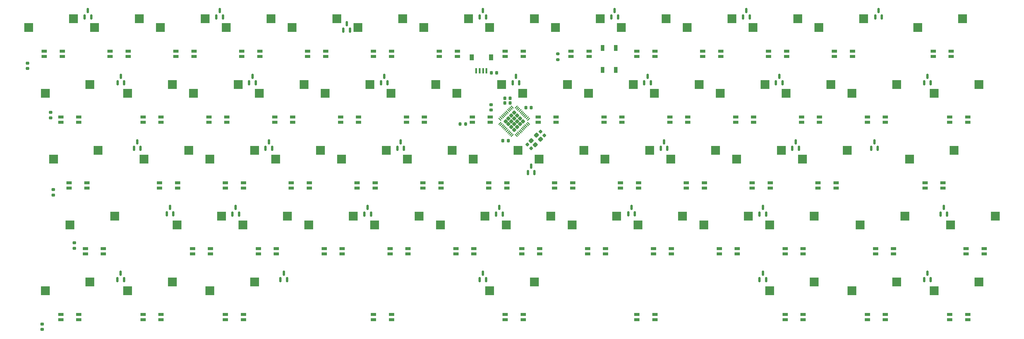
<source format=gbr>
%TF.GenerationSoftware,KiCad,Pcbnew,(5.99.0-12192-g74b8f14ec3)*%
%TF.CreationDate,2021-09-19T19:15:49+02:00*%
%TF.ProjectId,pcb-hotswap,7063622d-686f-4747-9377-61702e6b6963,1.0*%
%TF.SameCoordinates,Original*%
%TF.FileFunction,Paste,Bot*%
%TF.FilePolarity,Positive*%
%FSLAX46Y46*%
G04 Gerber Fmt 4.6, Leading zero omitted, Abs format (unit mm)*
G04 Created by KiCad (PCBNEW (5.99.0-12192-g74b8f14ec3)) date 2021-09-19 19:15:49*
%MOMM*%
%LPD*%
G01*
G04 APERTURE LIST*
G04 Aperture macros list*
%AMRoundRect*
0 Rectangle with rounded corners*
0 $1 Rounding radius*
0 $2 $3 $4 $5 $6 $7 $8 $9 X,Y pos of 4 corners*
0 Add a 4 corners polygon primitive as box body*
4,1,4,$2,$3,$4,$5,$6,$7,$8,$9,$2,$3,0*
0 Add four circle primitives for the rounded corners*
1,1,$1+$1,$2,$3*
1,1,$1+$1,$4,$5*
1,1,$1+$1,$6,$7*
1,1,$1+$1,$8,$9*
0 Add four rect primitives between the rounded corners*
20,1,$1+$1,$2,$3,$4,$5,0*
20,1,$1+$1,$4,$5,$6,$7,0*
20,1,$1+$1,$6,$7,$8,$9,0*
20,1,$1+$1,$8,$9,$2,$3,0*%
G04 Aperture macros list end*
%ADD10R,2.550000X2.500000*%
%ADD11RoundRect,0.082000X-0.718000X0.328000X-0.718000X-0.328000X0.718000X-0.328000X0.718000X0.328000X0*%
%ADD12RoundRect,0.225000X-0.250000X0.225000X-0.250000X-0.225000X0.250000X-0.225000X0.250000X0.225000X0*%
%ADD13R,1.000000X1.700000*%
%ADD14RoundRect,0.150000X0.150000X-0.587500X0.150000X0.587500X-0.150000X0.587500X-0.150000X-0.587500X0*%
%ADD15RoundRect,0.225000X-0.225000X-0.250000X0.225000X-0.250000X0.225000X0.250000X-0.225000X0.250000X0*%
%ADD16RoundRect,0.225000X-0.335876X-0.017678X-0.017678X-0.335876X0.335876X0.017678X0.017678X0.335876X0*%
%ADD17RoundRect,0.225000X0.250000X-0.225000X0.250000X0.225000X-0.250000X0.225000X-0.250000X-0.225000X0*%
%ADD18RoundRect,0.200000X-0.200000X-0.275000X0.200000X-0.275000X0.200000X0.275000X-0.200000X0.275000X0*%
%ADD19RoundRect,0.250000X0.000000X0.358486X-0.358486X0.000000X0.000000X-0.358486X0.358486X0.000000X0*%
%ADD20RoundRect,0.062500X0.291682X0.380070X-0.380070X-0.291682X-0.291682X-0.380070X0.380070X0.291682X0*%
%ADD21RoundRect,0.062500X-0.291682X0.380070X-0.380070X0.291682X0.291682X-0.380070X0.380070X-0.291682X0*%
%ADD22RoundRect,0.225000X0.225000X0.250000X-0.225000X0.250000X-0.225000X-0.250000X0.225000X-0.250000X0*%
%ADD23RoundRect,0.200000X0.275000X-0.200000X0.275000X0.200000X-0.275000X0.200000X-0.275000X-0.200000X0*%
%ADD24RoundRect,0.225000X0.335876X0.017678X0.017678X0.335876X-0.335876X-0.017678X-0.017678X-0.335876X0*%
%ADD25RoundRect,0.230000X0.063640X0.502046X-0.502046X-0.063640X-0.063640X-0.502046X0.502046X0.063640X0*%
%ADD26R,1.200000X1.800000*%
%ADD27R,0.600000X1.550000*%
G04 APERTURE END LIST*
D10*
%TO.C,MX11*%
X269140000Y-87947500D03*
X282067000Y-85407500D03*
%TD*%
D11*
%TO.C,D39*%
X287912500Y-132917499D03*
X287912500Y-134417499D03*
X293112500Y-134417499D03*
X293112500Y-132917499D03*
%TD*%
%TO.C,D3*%
X121225000Y-94817499D03*
X121225000Y-96317499D03*
X126425000Y-96317499D03*
X126425000Y-94817499D03*
%TD*%
%TO.C,D12*%
X292675000Y-94817499D03*
X292675000Y-96317499D03*
X297875000Y-96317499D03*
X297875000Y-94817499D03*
%TD*%
%TO.C,D60*%
X254575000Y-171017499D03*
X254575000Y-172517499D03*
X259775000Y-172517499D03*
X259775000Y-171017499D03*
%TD*%
D10*
%TO.C,MX60*%
X316765000Y-164147500D03*
X329692000Y-161607500D03*
%TD*%
%TO.C,MX56*%
X107215000Y-164147500D03*
X120142000Y-161607500D03*
%TD*%
%TO.C,MX13*%
X307240000Y-87947500D03*
X320167000Y-85407500D03*
%TD*%
D11*
%TO.C,D35*%
X211712500Y-132917499D03*
X211712500Y-134417499D03*
X216912500Y-134417499D03*
X216912500Y-132917499D03*
%TD*%
D10*
%TO.C,MX58*%
X211990000Y-164147500D03*
X224917000Y-161607500D03*
%TD*%
%TO.C,MX26*%
X297715000Y-106997500D03*
X310642000Y-104457500D03*
%TD*%
D11*
%TO.C,D46*%
X183137500Y-151967499D03*
X183137500Y-153467499D03*
X188337500Y-153467499D03*
X188337500Y-151967499D03*
%TD*%
%TO.C,D63*%
X345062500Y-171017499D03*
X345062500Y-172517499D03*
X350262500Y-172517499D03*
X350262500Y-171017499D03*
%TD*%
D10*
%TO.C,MX47*%
X197702500Y-145097500D03*
X210629500Y-142557500D03*
%TD*%
D11*
%TO.C,D22*%
X226000000Y-113867499D03*
X226000000Y-115367499D03*
X231200000Y-115367499D03*
X231200000Y-113867499D03*
%TD*%
%TO.C,D30*%
X116462500Y-132917499D03*
X116462500Y-134417499D03*
X121662500Y-134417499D03*
X121662500Y-132917499D03*
%TD*%
D10*
%TO.C,MX54*%
X345340000Y-145097500D03*
X358267000Y-142557500D03*
%TD*%
D11*
%TO.C,D43*%
X125987500Y-151967499D03*
X125987500Y-153467499D03*
X131187500Y-153467499D03*
X131187500Y-151967499D03*
%TD*%
%TO.C,D51*%
X278387500Y-151967499D03*
X278387500Y-153467499D03*
X283587500Y-153467499D03*
X283587500Y-151967499D03*
%TD*%
%TO.C,D13*%
X311725000Y-94817499D03*
X311725000Y-96317499D03*
X316925000Y-96317499D03*
X316925000Y-94817499D03*
%TD*%
%TO.C,D29*%
X90268750Y-132917499D03*
X90268750Y-134417499D03*
X95468750Y-134417499D03*
X95468750Y-132917499D03*
%TD*%
D10*
%TO.C,MX10*%
X250090000Y-87947500D03*
X263017000Y-85407500D03*
%TD*%
%TO.C,MX48*%
X216752500Y-145097500D03*
X229679500Y-142557500D03*
%TD*%
%TO.C,MX55*%
X83402500Y-164147500D03*
X96329500Y-161607500D03*
%TD*%
%TO.C,MX43*%
X121502500Y-145097500D03*
X134429500Y-142557500D03*
%TD*%
%TO.C,MX33*%
X169127500Y-126047500D03*
X182054500Y-123507500D03*
%TD*%
D11*
%TO.C,D6*%
X178375000Y-94817499D03*
X178375000Y-96317499D03*
X183575000Y-96317499D03*
X183575000Y-94817499D03*
%TD*%
D10*
%TO.C,MX24*%
X259615000Y-106997500D03*
X272542000Y-104457500D03*
%TD*%
%TO.C,MX41*%
X333433750Y-126047500D03*
X346360750Y-123507500D03*
%TD*%
%TO.C,MX9*%
X231040000Y-87947500D03*
X243967000Y-85407500D03*
%TD*%
D11*
%TO.C,D2*%
X102175000Y-94817499D03*
X102175000Y-96317499D03*
X107375000Y-96317499D03*
X107375000Y-94817499D03*
%TD*%
%TO.C,D24*%
X264100000Y-113867499D03*
X264100000Y-115367499D03*
X269300000Y-115367499D03*
X269300000Y-113867499D03*
%TD*%
%TO.C,D56*%
X111700000Y-171017499D03*
X111700000Y-172517499D03*
X116900000Y-172517499D03*
X116900000Y-171017499D03*
%TD*%
%TO.C,D41*%
X337918750Y-132917499D03*
X337918750Y-134417499D03*
X343118750Y-134417499D03*
X343118750Y-132917499D03*
%TD*%
D10*
%TO.C,MX30*%
X111977500Y-126047500D03*
X124904500Y-123507500D03*
%TD*%
D11*
%TO.C,D57*%
X135512500Y-171017499D03*
X135512500Y-172517499D03*
X140712500Y-172517499D03*
X140712500Y-171017499D03*
%TD*%
%TO.C,D11*%
X273625000Y-94817499D03*
X273625000Y-96317499D03*
X278825000Y-96317499D03*
X278825000Y-94817499D03*
%TD*%
D10*
%TO.C,MX50*%
X254852500Y-145097500D03*
X267779500Y-142557500D03*
%TD*%
D11*
%TO.C,D48*%
X221237500Y-151967499D03*
X221237500Y-153467499D03*
X226437500Y-153467499D03*
X226437500Y-151967499D03*
%TD*%
%TO.C,D38*%
X268862500Y-132917499D03*
X268862500Y-134417499D03*
X274062500Y-134417499D03*
X274062500Y-132917499D03*
%TD*%
D10*
%TO.C,MX20*%
X183415000Y-106997500D03*
X196342000Y-104457500D03*
%TD*%
D11*
%TO.C,D14*%
X340300000Y-94817499D03*
X340300000Y-96317499D03*
X345500000Y-96317499D03*
X345500000Y-94817499D03*
%TD*%
D10*
%TO.C,MX25*%
X278665000Y-106997500D03*
X291592000Y-104457500D03*
%TD*%
%TO.C,MX2*%
X97690000Y-87947500D03*
X110617000Y-85407500D03*
%TD*%
%TO.C,MX34*%
X188177500Y-126047500D03*
X201104500Y-123507500D03*
%TD*%
%TO.C,MX3*%
X116740000Y-87947500D03*
X129667000Y-85407500D03*
%TD*%
D11*
%TO.C,D21*%
X206950000Y-113867499D03*
X206950000Y-115367499D03*
X212150000Y-115367499D03*
X212150000Y-113867499D03*
%TD*%
%TO.C,D58*%
X178375000Y-171017499D03*
X178375000Y-172517499D03*
X183575000Y-172517499D03*
X183575000Y-171017499D03*
%TD*%
%TO.C,D62*%
X321250000Y-171017499D03*
X321250000Y-172517499D03*
X326450000Y-172517499D03*
X326450000Y-171017499D03*
%TD*%
D10*
%TO.C,MX53*%
X319146250Y-145097500D03*
X332073250Y-142557500D03*
%TD*%
%TO.C,MX21*%
X202465000Y-106997500D03*
X215392000Y-104457500D03*
%TD*%
%TO.C,MX31*%
X131027500Y-126047500D03*
X143954500Y-123507500D03*
%TD*%
%TO.C,MX7*%
X192940000Y-87947500D03*
X205867000Y-85407500D03*
%TD*%
D11*
%TO.C,D16*%
X111700000Y-113867499D03*
X111700000Y-115367499D03*
X116900000Y-115367499D03*
X116900000Y-113867499D03*
%TD*%
D10*
%TO.C,MX15*%
X83402500Y-106997500D03*
X96329500Y-104457500D03*
%TD*%
D11*
%TO.C,D45*%
X164087500Y-151967499D03*
X164087500Y-153467499D03*
X169287500Y-153467499D03*
X169287500Y-151967499D03*
%TD*%
D10*
%TO.C,MX38*%
X264377500Y-126047500D03*
X277304500Y-123507500D03*
%TD*%
%TO.C,MX42*%
X90546250Y-145097500D03*
X103473250Y-142557500D03*
%TD*%
D11*
%TO.C,D61*%
X297437500Y-171017499D03*
X297437500Y-172517499D03*
X302637500Y-172517499D03*
X302637500Y-171017499D03*
%TD*%
D10*
%TO.C,MX52*%
X292952500Y-145097500D03*
X305879500Y-142557500D03*
%TD*%
D11*
%TO.C,D19*%
X168850000Y-113867499D03*
X168850000Y-115367499D03*
X174050000Y-115367499D03*
X174050000Y-113867499D03*
%TD*%
%TO.C,D27*%
X321250000Y-113867499D03*
X321250000Y-115367499D03*
X326450000Y-115367499D03*
X326450000Y-113867499D03*
%TD*%
D10*
%TO.C,MX35*%
X207227500Y-126047500D03*
X220154500Y-123507500D03*
%TD*%
D11*
%TO.C,D55*%
X87887500Y-171017499D03*
X87887500Y-172517499D03*
X93087500Y-172517499D03*
X93087500Y-171017499D03*
%TD*%
%TO.C,D54*%
X349825000Y-151967499D03*
X349825000Y-153467499D03*
X355025000Y-153467499D03*
X355025000Y-151967499D03*
%TD*%
D10*
%TO.C,MX46*%
X178652500Y-145097500D03*
X191579500Y-142557500D03*
%TD*%
%TO.C,MX29*%
X85783750Y-126047500D03*
X98710750Y-123507500D03*
%TD*%
D11*
%TO.C,D47*%
X202187500Y-151967499D03*
X202187500Y-153467499D03*
X207387500Y-153467499D03*
X207387500Y-151967499D03*
%TD*%
D10*
%TO.C,MX8*%
X211990000Y-87947500D03*
X224917000Y-85407500D03*
%TD*%
D11*
%TO.C,D7*%
X197425000Y-94817499D03*
X197425000Y-96317499D03*
X202625000Y-96317499D03*
X202625000Y-94817499D03*
%TD*%
D10*
%TO.C,MX61*%
X340577500Y-164147500D03*
X353504500Y-161607500D03*
%TD*%
D11*
%TO.C,D49*%
X240287500Y-151967499D03*
X240287500Y-153467499D03*
X245487500Y-153467499D03*
X245487500Y-151967499D03*
%TD*%
%TO.C,D26*%
X302200000Y-113867499D03*
X302200000Y-115367499D03*
X307400000Y-115367499D03*
X307400000Y-113867499D03*
%TD*%
%TO.C,D53*%
X323631250Y-151967499D03*
X323631250Y-153467499D03*
X328831250Y-153467499D03*
X328831250Y-151967499D03*
%TD*%
%TO.C,D34*%
X192662500Y-132917499D03*
X192662500Y-134417499D03*
X197862500Y-134417499D03*
X197862500Y-132917499D03*
%TD*%
%TO.C,D5*%
X159325000Y-94817499D03*
X159325000Y-96317499D03*
X164525000Y-96317499D03*
X164525000Y-94817499D03*
%TD*%
D10*
%TO.C,MX16*%
X107215000Y-106997500D03*
X120142000Y-104457500D03*
%TD*%
D11*
%TO.C,D18*%
X149800000Y-113867499D03*
X149800000Y-115367499D03*
X155000000Y-115367499D03*
X155000000Y-113867499D03*
%TD*%
D10*
%TO.C,MX57*%
X131027500Y-164147500D03*
X143954500Y-161607500D03*
%TD*%
%TO.C,MX37*%
X245327500Y-126047500D03*
X258254500Y-123507500D03*
%TD*%
D11*
%TO.C,D8*%
X216475000Y-94817499D03*
X216475000Y-96317499D03*
X221675000Y-96317499D03*
X221675000Y-94817499D03*
%TD*%
%TO.C,D50*%
X259337500Y-151967499D03*
X259337500Y-153467499D03*
X264537500Y-153467499D03*
X264537500Y-151967499D03*
%TD*%
D10*
%TO.C,MX5*%
X154840000Y-87947500D03*
X167767000Y-85407500D03*
%TD*%
D11*
%TO.C,D33*%
X173612500Y-132917499D03*
X173612500Y-134417499D03*
X178812500Y-134417499D03*
X178812500Y-132917499D03*
%TD*%
%TO.C,D42*%
X95031250Y-151967499D03*
X95031250Y-153467499D03*
X100231250Y-153467499D03*
X100231250Y-151967499D03*
%TD*%
%TO.C,D32*%
X154562500Y-132917499D03*
X154562500Y-134417499D03*
X159762500Y-134417499D03*
X159762500Y-132917499D03*
%TD*%
D10*
%TO.C,MX1*%
X78640000Y-87947500D03*
X91567000Y-85407500D03*
%TD*%
%TO.C,MX23*%
X240565000Y-106997500D03*
X253492000Y-104457500D03*
%TD*%
%TO.C,MX19*%
X164365000Y-106997500D03*
X177292000Y-104457500D03*
%TD*%
%TO.C,MX18*%
X145315000Y-106997500D03*
X158242000Y-104457500D03*
%TD*%
%TO.C,MX12*%
X288190000Y-87947500D03*
X301117000Y-85407500D03*
%TD*%
D11*
%TO.C,D36*%
X230762500Y-132917499D03*
X230762500Y-134417499D03*
X235962500Y-134417499D03*
X235962500Y-132917499D03*
%TD*%
D10*
%TO.C,MX51*%
X273902500Y-145097500D03*
X286829500Y-142557500D03*
%TD*%
%TO.C,MX44*%
X140552500Y-145097500D03*
X153479500Y-142557500D03*
%TD*%
D11*
%TO.C,D20*%
X187900000Y-113867499D03*
X187900000Y-115367499D03*
X193100000Y-115367499D03*
X193100000Y-113867499D03*
%TD*%
%TO.C,D23*%
X245050000Y-113867499D03*
X245050000Y-115367499D03*
X250250000Y-115367499D03*
X250250000Y-113867499D03*
%TD*%
D10*
%TO.C,MX22*%
X221515000Y-106997500D03*
X234442000Y-104457500D03*
%TD*%
D11*
%TO.C,D31*%
X135512500Y-132917499D03*
X135512500Y-134417499D03*
X140712500Y-134417499D03*
X140712500Y-132917499D03*
%TD*%
%TO.C,D59*%
X216475000Y-171017499D03*
X216475000Y-172517499D03*
X221675000Y-172517499D03*
X221675000Y-171017499D03*
%TD*%
D10*
%TO.C,MX49*%
X235802500Y-145097500D03*
X248729500Y-142557500D03*
%TD*%
D11*
%TO.C,D4*%
X140275000Y-94817499D03*
X140275000Y-96317499D03*
X145475000Y-96317499D03*
X145475000Y-94817499D03*
%TD*%
D10*
%TO.C,MX27*%
X316765000Y-106997500D03*
X329692000Y-104457500D03*
%TD*%
D11*
%TO.C,D25*%
X283150000Y-113867499D03*
X283150000Y-115367499D03*
X288350000Y-115367499D03*
X288350000Y-113867499D03*
%TD*%
%TO.C,D17*%
X130750000Y-113867499D03*
X130750000Y-115367499D03*
X135950000Y-115367499D03*
X135950000Y-113867499D03*
%TD*%
D10*
%TO.C,MX39*%
X283427500Y-126047500D03*
X296354500Y-123507500D03*
%TD*%
%TO.C,MX28*%
X340577500Y-106997500D03*
X353504500Y-104457500D03*
%TD*%
D11*
%TO.C,D40*%
X306962500Y-132917499D03*
X306962500Y-134417499D03*
X312162500Y-134417499D03*
X312162500Y-132917499D03*
%TD*%
%TO.C,D28*%
X345062500Y-113867499D03*
X345062500Y-115367499D03*
X350262500Y-115367499D03*
X350262500Y-113867499D03*
%TD*%
%TO.C,D52*%
X297437500Y-151967499D03*
X297437500Y-153467499D03*
X302637500Y-153467499D03*
X302637500Y-151967499D03*
%TD*%
D10*
%TO.C,MX40*%
X302477500Y-126047500D03*
X315404500Y-123507500D03*
%TD*%
%TO.C,MX14*%
X335815000Y-87947500D03*
X348742000Y-85407500D03*
%TD*%
D11*
%TO.C,D37*%
X249812500Y-132917499D03*
X249812500Y-134417499D03*
X255012500Y-134417499D03*
X255012500Y-132917499D03*
%TD*%
%TO.C,D1*%
X83125000Y-94817499D03*
X83125000Y-96317499D03*
X88325000Y-96317499D03*
X88325000Y-94817499D03*
%TD*%
D10*
%TO.C,MX59*%
X292952500Y-164147500D03*
X305879500Y-161607500D03*
%TD*%
D11*
%TO.C,D15*%
X87887500Y-113867499D03*
X87887500Y-115367499D03*
X93087500Y-115367499D03*
X93087500Y-113867499D03*
%TD*%
D10*
%TO.C,MX4*%
X135790000Y-87947500D03*
X148717000Y-85407500D03*
%TD*%
D11*
%TO.C,D10*%
X254575000Y-94817499D03*
X254575000Y-96317499D03*
X259775000Y-96317499D03*
X259775000Y-94817499D03*
%TD*%
D10*
%TO.C,MX6*%
X173890000Y-87947500D03*
X186817000Y-85407500D03*
%TD*%
D11*
%TO.C,D44*%
X145037500Y-151967499D03*
X145037500Y-153467499D03*
X150237500Y-153467499D03*
X150237500Y-151967499D03*
%TD*%
%TO.C,D9*%
X235525000Y-94817499D03*
X235525000Y-96317499D03*
X240725000Y-96317499D03*
X240725000Y-94817499D03*
%TD*%
D10*
%TO.C,MX32*%
X150077500Y-126047500D03*
X163004500Y-123507500D03*
%TD*%
%TO.C,MX17*%
X126265000Y-106997500D03*
X139192000Y-104457500D03*
%TD*%
%TO.C,MX45*%
X159602500Y-145097500D03*
X172529500Y-142557500D03*
%TD*%
%TO.C,MX36*%
X226277500Y-126047500D03*
X239204500Y-123507500D03*
%TD*%
D12*
%TO.C,C12*%
X84980000Y-112535000D03*
X84980000Y-114085000D03*
%TD*%
D13*
%TO.C,SW1*%
X248480000Y-93910000D03*
X248480000Y-100210000D03*
X244680000Y-93910000D03*
X244680000Y-100210000D03*
%TD*%
D14*
%TO.C,D81*%
X224950000Y-129937500D03*
X223050000Y-129937500D03*
X224000000Y-128062500D03*
%TD*%
D15*
%TO.C,C5*%
X215785000Y-120710000D03*
X217335000Y-120710000D03*
%TD*%
D14*
%TO.C,D83*%
X301432000Y-122937500D03*
X299532000Y-122937500D03*
X300482000Y-121062500D03*
%TD*%
%TO.C,D72*%
X144300000Y-103937500D03*
X142400000Y-103937500D03*
X143350000Y-102062500D03*
%TD*%
%TO.C,D65*%
X134804000Y-84937500D03*
X132904000Y-84937500D03*
X133854000Y-83062500D03*
%TD*%
%TO.C,D64*%
X96696000Y-84937500D03*
X94796000Y-84937500D03*
X95746000Y-83062500D03*
%TD*%
D16*
%TO.C,C6*%
X226721992Y-118091992D03*
X227818008Y-119188008D03*
%TD*%
D17*
%TO.C,C10*%
X82490000Y-175335000D03*
X82490000Y-173785000D03*
%TD*%
D14*
%TO.C,D77*%
X339584000Y-103937500D03*
X337684000Y-103937500D03*
X338634000Y-102062500D03*
%TD*%
%TO.C,D91*%
X344306000Y-141937500D03*
X342406000Y-141937500D03*
X343356000Y-140062500D03*
%TD*%
%TO.C,D67*%
X210950000Y-84937500D03*
X209050000Y-84937500D03*
X210000000Y-83062500D03*
%TD*%
%TO.C,D87*%
X177627000Y-141937500D03*
X175727000Y-141937500D03*
X176677000Y-140062500D03*
%TD*%
%TO.C,D93*%
X153360000Y-160937500D03*
X151460000Y-160937500D03*
X152410000Y-159062500D03*
%TD*%
%TO.C,D94*%
X210947000Y-160937500D03*
X209047000Y-160937500D03*
X209997000Y-159062500D03*
%TD*%
%TO.C,D73*%
X182409000Y-103937500D03*
X180509000Y-103937500D03*
X181459000Y-102062500D03*
%TD*%
%TO.C,D70*%
X325450000Y-84937500D03*
X323550000Y-84937500D03*
X324500000Y-83062500D03*
%TD*%
%TO.C,D66*%
X171565000Y-88727500D03*
X169665000Y-88727500D03*
X170615000Y-86852500D03*
%TD*%
D15*
%TO.C,C2*%
X216365000Y-108430000D03*
X217915000Y-108430000D03*
%TD*%
D14*
%TO.C,D68*%
X249087000Y-84937500D03*
X247187000Y-84937500D03*
X248137000Y-83062500D03*
%TD*%
D18*
%TO.C,R4*%
X203385000Y-115930000D03*
X205035000Y-115930000D03*
%TD*%
D14*
%TO.C,D76*%
X296694000Y-103937500D03*
X294794000Y-103937500D03*
X295744000Y-102062500D03*
%TD*%
%TO.C,D80*%
X187154000Y-122937500D03*
X185254000Y-122937500D03*
X186204000Y-121062500D03*
%TD*%
%TO.C,D86*%
X139450000Y-141937500D03*
X137550000Y-141937500D03*
X138500000Y-140062500D03*
%TD*%
D19*
%TO.C,U1*%
X220736701Y-115924600D03*
X218244150Y-115093750D03*
X219905850Y-115093750D03*
X219075000Y-115924600D03*
X217413299Y-115924600D03*
X220736701Y-114262900D03*
X218244150Y-116755451D03*
X219075000Y-114262900D03*
X219075000Y-117586301D03*
X216582449Y-115093750D03*
X217413299Y-114262900D03*
X221567551Y-115093750D03*
X218244150Y-113432049D03*
X219905850Y-116755451D03*
X219905850Y-113432049D03*
X219075000Y-112601199D03*
D20*
X219667202Y-110966014D03*
X220020755Y-111319568D03*
X220374309Y-111673121D03*
X220727862Y-112026674D03*
X221081415Y-112380228D03*
X221434969Y-112733781D03*
X221788522Y-113087335D03*
X222142076Y-113440888D03*
X222495629Y-113794441D03*
X222849182Y-114147995D03*
X223202736Y-114501548D03*
D21*
X223202736Y-115685952D03*
X222849182Y-116039505D03*
X222495629Y-116393059D03*
X222142076Y-116746612D03*
X221788522Y-117100165D03*
X221434969Y-117453719D03*
X221081415Y-117807272D03*
X220727862Y-118160826D03*
X220374309Y-118514379D03*
X220020755Y-118867932D03*
X219667202Y-119221486D03*
D20*
X218482798Y-119221486D03*
X218129245Y-118867932D03*
X217775691Y-118514379D03*
X217422138Y-118160826D03*
X217068585Y-117807272D03*
X216715031Y-117453719D03*
X216361478Y-117100165D03*
X216007924Y-116746612D03*
X215654371Y-116393059D03*
X215300818Y-116039505D03*
X214947264Y-115685952D03*
D21*
X214947264Y-114501548D03*
X215300818Y-114147995D03*
X215654371Y-113794441D03*
X216007924Y-113440888D03*
X216361478Y-113087335D03*
X216715031Y-112733781D03*
X217068585Y-112380228D03*
X217422138Y-112026674D03*
X217775691Y-111673121D03*
X218129245Y-111319568D03*
X218482798Y-110966014D03*
%TD*%
D14*
%TO.C,D69*%
X287186000Y-84937500D03*
X285286000Y-84937500D03*
X286236000Y-83062500D03*
%TD*%
D22*
%TO.C,C1*%
X213974000Y-101034000D03*
X212424000Y-101034000D03*
%TD*%
D14*
%TO.C,D74*%
X220546000Y-103937500D03*
X218646000Y-103937500D03*
X219596000Y-102062500D03*
%TD*%
%TO.C,D85*%
X120450000Y-141906500D03*
X118550000Y-141906500D03*
X119500000Y-140031500D03*
%TD*%
%TO.C,D79*%
X149035000Y-122937500D03*
X147135000Y-122937500D03*
X148085000Y-121062500D03*
%TD*%
D22*
%TO.C,C8*%
X223985000Y-111150000D03*
X222435000Y-111150000D03*
%TD*%
D17*
%TO.C,C13*%
X85710000Y-136445000D03*
X85710000Y-134895000D03*
%TD*%
D15*
%TO.C,C3*%
X216376000Y-109820000D03*
X217926000Y-109820000D03*
%TD*%
D14*
%TO.C,D89*%
X253950000Y-141885500D03*
X252050000Y-141885500D03*
X253000000Y-140010500D03*
%TD*%
%TO.C,D88*%
X215739000Y-141937500D03*
X213839000Y-141937500D03*
X214789000Y-140062500D03*
%TD*%
%TO.C,D75*%
X258591000Y-103937500D03*
X256691000Y-103937500D03*
X257641000Y-102062500D03*
%TD*%
D12*
%TO.C,C9*%
X91790000Y-150295000D03*
X91790000Y-151845000D03*
%TD*%
D14*
%TO.C,D95*%
X291945000Y-160937500D03*
X290045000Y-160937500D03*
X290995000Y-159062500D03*
%TD*%
D12*
%TO.C,C11*%
X78260000Y-98245000D03*
X78260000Y-99795000D03*
%TD*%
D14*
%TO.C,D82*%
X263345000Y-122937500D03*
X261445000Y-122937500D03*
X262395000Y-121062500D03*
%TD*%
%TO.C,D96*%
X339587000Y-160937500D03*
X337687000Y-160937500D03*
X338637000Y-159062500D03*
%TD*%
%TO.C,D71*%
X106216000Y-103937500D03*
X104316000Y-103937500D03*
X105266000Y-102062500D03*
%TD*%
%TO.C,D90*%
X291950000Y-141937500D03*
X290050000Y-141937500D03*
X291000000Y-140062500D03*
%TD*%
%TO.C,D84*%
X324254000Y-122937500D03*
X322354000Y-122937500D03*
X323304000Y-121062500D03*
%TD*%
D23*
%TO.C,R3*%
X231670000Y-97225000D03*
X231670000Y-95575000D03*
%TD*%
D14*
%TO.C,D92*%
X106168000Y-160937500D03*
X104268000Y-160937500D03*
X105218000Y-159062500D03*
%TD*%
D24*
%TO.C,C7*%
X223958008Y-122908008D03*
X222861992Y-121811992D03*
%TD*%
D25*
%TO.C,Y1*%
X226703858Y-120323223D03*
X225148223Y-121878858D03*
X223946142Y-120676777D03*
X225501777Y-119121142D03*
%TD*%
D14*
%TO.C,D78*%
X110950000Y-122937500D03*
X109050000Y-122937500D03*
X110000000Y-121062500D03*
%TD*%
D26*
%TO.C,J2*%
X212360000Y-96600000D03*
X206760000Y-96600000D03*
D27*
X208060000Y-100475000D03*
X209060000Y-100475000D03*
X210060000Y-100475000D03*
X211060000Y-100475000D03*
%TD*%
D12*
%TO.C,C4*%
X212360000Y-110285000D03*
X212360000Y-111835000D03*
%TD*%
M02*

</source>
